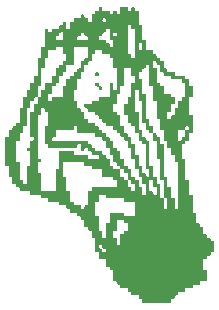
<source format=gbr>
%TF.GenerationSoftware,KiCad,Pcbnew,7.0.7*%
%TF.CreationDate,2023-08-24T23:35:40+10:00*%
%TF.ProjectId,esp32,65737033-322e-46b6-9963-61645f706362,rev?*%
%TF.SameCoordinates,Original*%
%TF.FileFunction,Legend,Bot*%
%TF.FilePolarity,Positive*%
%FSLAX46Y46*%
G04 Gerber Fmt 4.6, Leading zero omitted, Abs format (unit mm)*
G04 Created by KiCad (PCBNEW 7.0.7) date 2023-08-24 23:35:40*
%MOMM*%
%LPD*%
G01*
G04 APERTURE LIST*
G04 APERTURE END LIST*
%TO.C,G\u002A\u002A\u002A*%
G36*
X52985794Y-65474926D02*
G01*
X53138281Y-65474926D01*
X53290768Y-65474926D01*
X53290768Y-66084874D01*
X53290768Y-66694823D01*
X53443255Y-66694823D01*
X53595742Y-66694823D01*
X53595742Y-66999797D01*
X53595742Y-67152284D01*
X53595742Y-67609746D01*
X53900717Y-67609746D01*
X54205691Y-67609746D01*
X54205691Y-67762233D01*
X54205710Y-67773839D01*
X54214063Y-67869924D01*
X54255976Y-67907976D01*
X54358178Y-67914720D01*
X54369785Y-67914739D01*
X54465870Y-67923092D01*
X54503921Y-67965005D01*
X54510665Y-68067207D01*
X54510684Y-68078814D01*
X54519037Y-68174899D01*
X54560951Y-68212950D01*
X54663152Y-68219694D01*
X54674759Y-68219713D01*
X54770844Y-68228066D01*
X54808895Y-68269980D01*
X54815639Y-68372181D01*
X54815658Y-68383788D01*
X54824011Y-68479873D01*
X54865925Y-68517924D01*
X54968127Y-68524669D01*
X55120614Y-68524669D01*
X55120614Y-68829643D01*
X55120614Y-69134617D01*
X55273101Y-69134617D01*
X55284707Y-69134636D01*
X55380792Y-69142989D01*
X55418844Y-69184903D01*
X55425588Y-69287104D01*
X55425588Y-69439591D01*
X55730562Y-69439591D01*
X56035537Y-69439591D01*
X56035537Y-69592079D01*
X56035537Y-69744566D01*
X56492998Y-69744566D01*
X56950459Y-69744566D01*
X56950459Y-69897053D01*
X56950478Y-69908659D01*
X56958831Y-70004744D01*
X57000745Y-70042796D01*
X57102946Y-70049540D01*
X57255434Y-70049540D01*
X57255434Y-70354514D01*
X57255434Y-70659488D01*
X57407921Y-70659488D01*
X57560408Y-70659488D01*
X57560408Y-71116950D01*
X57560408Y-71574411D01*
X57407921Y-71574411D01*
X57255434Y-71574411D01*
X57255434Y-72336847D01*
X57255434Y-73099283D01*
X57407921Y-73099283D01*
X57560408Y-73099283D01*
X57560408Y-73861718D01*
X57560408Y-74166693D01*
X57560408Y-74624154D01*
X57407921Y-74624154D01*
X57255434Y-74624154D01*
X57255434Y-74929128D01*
X57255434Y-75234103D01*
X57102946Y-75234103D01*
X57091340Y-75234121D01*
X56995255Y-75242474D01*
X56957204Y-75284388D01*
X56950459Y-75386590D01*
X56950440Y-75398196D01*
X56942088Y-75494281D01*
X56900174Y-75532332D01*
X56797972Y-75539077D01*
X56645485Y-75539077D01*
X56645485Y-76149025D01*
X56645485Y-76758974D01*
X56797972Y-76758974D01*
X56950459Y-76758974D01*
X56950459Y-77673897D01*
X56950459Y-78588820D01*
X57102946Y-78588820D01*
X57255434Y-78588820D01*
X57255434Y-79198768D01*
X57255434Y-79808717D01*
X57407921Y-79808717D01*
X57560408Y-79808717D01*
X57560408Y-80571152D01*
X57560408Y-81028614D01*
X57560408Y-81333588D01*
X57712895Y-81333588D01*
X57865382Y-81333588D01*
X57865382Y-81638562D01*
X57865382Y-81791049D01*
X57865382Y-82248511D01*
X58017869Y-82248511D01*
X58029476Y-82248530D01*
X58125561Y-82256882D01*
X58163612Y-82298796D01*
X58170356Y-82400998D01*
X58170375Y-82412604D01*
X58178728Y-82508689D01*
X58220642Y-82546741D01*
X58322844Y-82553485D01*
X58475331Y-82553485D01*
X58475331Y-82858459D01*
X58475331Y-83163434D01*
X58627818Y-83163434D01*
X58639424Y-83163453D01*
X58735509Y-83171805D01*
X58773561Y-83213719D01*
X58780305Y-83315921D01*
X58780324Y-83327527D01*
X58788677Y-83423612D01*
X58830590Y-83461663D01*
X58932792Y-83468408D01*
X58944399Y-83468427D01*
X59040484Y-83476780D01*
X59078535Y-83518693D01*
X59085279Y-83620895D01*
X59085298Y-83632502D01*
X59093651Y-83728587D01*
X59135565Y-83766638D01*
X59237766Y-83773382D01*
X59390253Y-83773382D01*
X59390253Y-84230844D01*
X59390253Y-84535818D01*
X59390253Y-84688305D01*
X59237766Y-84688305D01*
X59226160Y-84688324D01*
X59130075Y-84696677D01*
X59092024Y-84738590D01*
X59085279Y-84840792D01*
X59085260Y-84852399D01*
X59076908Y-84948484D01*
X59034994Y-84986535D01*
X58932792Y-84993279D01*
X58921186Y-84993298D01*
X58825101Y-85001651D01*
X58787049Y-85043565D01*
X58780305Y-85145766D01*
X58780286Y-85157373D01*
X58771933Y-85253458D01*
X58730020Y-85291509D01*
X58627818Y-85298253D01*
X58475331Y-85298253D01*
X58475331Y-85755715D01*
X58475331Y-86213176D01*
X58627818Y-86213176D01*
X58780305Y-86213176D01*
X58780305Y-86670638D01*
X58780305Y-87128099D01*
X58475331Y-87128099D01*
X58170356Y-87128099D01*
X58170356Y-87280586D01*
X58170356Y-87433073D01*
X57865382Y-87433073D01*
X57560408Y-87433073D01*
X57560408Y-87585561D01*
X57560408Y-87738048D01*
X57255434Y-87738048D01*
X56950459Y-87738048D01*
X56950459Y-87890535D01*
X56950459Y-88043022D01*
X56645485Y-88043022D01*
X56340511Y-88043022D01*
X56340511Y-88195509D01*
X56340492Y-88207116D01*
X56332139Y-88303201D01*
X56290225Y-88341252D01*
X56188024Y-88347996D01*
X56176417Y-88348015D01*
X56080332Y-88356368D01*
X56042281Y-88398282D01*
X56035537Y-88500483D01*
X56035518Y-88512090D01*
X56027165Y-88608175D01*
X55985251Y-88646226D01*
X55883049Y-88652970D01*
X55871443Y-88652989D01*
X55775358Y-88661342D01*
X55737307Y-88703256D01*
X55730562Y-88805458D01*
X55730562Y-88957945D01*
X54510665Y-88957945D01*
X53290768Y-88957945D01*
X53290768Y-88805458D01*
X53290749Y-88793851D01*
X53282396Y-88697766D01*
X53240483Y-88659715D01*
X53138281Y-88652970D01*
X53126674Y-88652951D01*
X53030589Y-88644599D01*
X52992538Y-88602685D01*
X52985794Y-88500483D01*
X52985794Y-88347996D01*
X52680820Y-88347996D01*
X52375845Y-88347996D01*
X52375845Y-88195509D01*
X52375826Y-88183903D01*
X52367474Y-88087817D01*
X52325560Y-88049766D01*
X52223358Y-88043022D01*
X52211752Y-88043003D01*
X52115667Y-88034650D01*
X52077615Y-87992736D01*
X52070871Y-87890535D01*
X52070871Y-87738048D01*
X51765897Y-87738048D01*
X51460922Y-87738048D01*
X51460922Y-87585561D01*
X51460903Y-87573954D01*
X51452551Y-87477869D01*
X51410637Y-87439818D01*
X51308435Y-87433073D01*
X51296829Y-87433054D01*
X51200744Y-87424702D01*
X51162693Y-87382788D01*
X51155948Y-87280586D01*
X51155929Y-87268980D01*
X51147576Y-87172895D01*
X51105663Y-87134843D01*
X51003461Y-87128099D01*
X50850974Y-87128099D01*
X50850974Y-86670638D01*
X50850974Y-86213176D01*
X50698487Y-86213176D01*
X50686880Y-86213157D01*
X50590795Y-86204805D01*
X50552744Y-86162891D01*
X50546000Y-86060689D01*
X50545981Y-86049083D01*
X50537628Y-85952998D01*
X50495714Y-85914946D01*
X50393513Y-85908202D01*
X50241025Y-85908202D01*
X50241025Y-85603228D01*
X50241025Y-85298253D01*
X49936051Y-85298253D01*
X49631077Y-85298253D01*
X49631077Y-84993279D01*
X49631077Y-84688305D01*
X49478590Y-84688305D01*
X49326103Y-84688305D01*
X49326103Y-84230844D01*
X49631077Y-84230844D01*
X49631096Y-84242450D01*
X49639449Y-84338535D01*
X49681362Y-84376586D01*
X49783564Y-84383331D01*
X49795170Y-84383350D01*
X49891256Y-84391702D01*
X49929307Y-84433616D01*
X49936051Y-84535818D01*
X49936070Y-84547424D01*
X49944423Y-84643509D01*
X49986337Y-84681561D01*
X50088538Y-84688305D01*
X50100145Y-84688286D01*
X50196230Y-84679933D01*
X50234281Y-84638020D01*
X50241025Y-84535818D01*
X50241006Y-84524211D01*
X50232654Y-84428126D01*
X50190740Y-84390075D01*
X50088538Y-84383331D01*
X50076932Y-84383312D01*
X49980847Y-84374959D01*
X49942795Y-84333045D01*
X49936051Y-84230844D01*
X49936032Y-84219237D01*
X49927679Y-84123152D01*
X49885766Y-84085101D01*
X49783564Y-84078356D01*
X49771957Y-84078375D01*
X49675872Y-84086728D01*
X49637821Y-84128642D01*
X49631077Y-84230844D01*
X49326103Y-84230844D01*
X49326103Y-84078356D01*
X49326103Y-83468408D01*
X49173615Y-83468408D01*
X49021128Y-83468408D01*
X49021128Y-83163434D01*
X49021128Y-82858459D01*
X48868641Y-82858459D01*
X48857035Y-82858440D01*
X48760950Y-82850088D01*
X48722898Y-82808174D01*
X48716154Y-82705972D01*
X48716135Y-82694366D01*
X48707782Y-82598281D01*
X48665869Y-82560229D01*
X48563667Y-82553485D01*
X48411180Y-82553485D01*
X48411180Y-82248511D01*
X48411180Y-81943536D01*
X48258693Y-81943536D01*
X48247086Y-81943518D01*
X48151001Y-81935165D01*
X48112950Y-81893251D01*
X48106205Y-81791049D01*
X48106187Y-81779443D01*
X48097834Y-81683358D01*
X48055920Y-81645307D01*
X47953718Y-81638562D01*
X49326103Y-81638562D01*
X49478590Y-81638562D01*
X49631077Y-81638562D01*
X49631077Y-82248511D01*
X49631077Y-82858459D01*
X49783564Y-82858459D01*
X49936051Y-82858459D01*
X49936051Y-83163434D01*
X49936051Y-83468408D01*
X50088538Y-83468408D01*
X50241025Y-83468408D01*
X50850974Y-83468408D01*
X51003461Y-83468408D01*
X51155948Y-83468408D01*
X51155948Y-83773382D01*
X51155948Y-84078356D01*
X51308435Y-84078356D01*
X51460922Y-84078356D01*
X51460922Y-83620895D01*
X51460922Y-83163434D01*
X51613410Y-83163434D01*
X51625016Y-83163415D01*
X51721101Y-83155062D01*
X51759152Y-83113148D01*
X51765897Y-83010946D01*
X51765916Y-82999340D01*
X51774268Y-82903255D01*
X51816182Y-82865204D01*
X51918384Y-82858459D01*
X52070871Y-82858459D01*
X52070871Y-82553485D01*
X52070871Y-82248511D01*
X51918384Y-82248511D01*
X51906777Y-82248492D01*
X51810692Y-82240139D01*
X51772641Y-82198225D01*
X51765897Y-82096024D01*
X51765897Y-81943536D01*
X51460922Y-81943536D01*
X51155948Y-81943536D01*
X51155948Y-82400998D01*
X51155948Y-82858459D01*
X51003461Y-82858459D01*
X50850974Y-82858459D01*
X50850974Y-83163434D01*
X50850974Y-83468408D01*
X50241025Y-83468408D01*
X50241025Y-82858459D01*
X50241025Y-82248511D01*
X50393513Y-82248511D01*
X50546000Y-82248511D01*
X50546000Y-81791049D01*
X50546000Y-81333588D01*
X51155948Y-81333588D01*
X51765897Y-81333588D01*
X51765897Y-81486075D01*
X51765897Y-81638562D01*
X52223358Y-81638562D01*
X52680820Y-81638562D01*
X52680820Y-81028614D01*
X52680820Y-80418665D01*
X52223358Y-80418665D01*
X51765897Y-80418665D01*
X51765897Y-80266178D01*
X51765897Y-80113691D01*
X51003461Y-80113691D01*
X50241025Y-80113691D01*
X50241025Y-79961204D01*
X50241025Y-79808717D01*
X49936051Y-79808717D01*
X49631077Y-79808717D01*
X49631077Y-80113691D01*
X49631077Y-80418665D01*
X49478590Y-80418665D01*
X49326103Y-80418665D01*
X49326103Y-81028614D01*
X49326103Y-81638562D01*
X47953718Y-81638562D01*
X47942112Y-81638543D01*
X47846027Y-81630190D01*
X47807976Y-81588277D01*
X47801231Y-81486075D01*
X47801231Y-81333588D01*
X47496257Y-81333588D01*
X47191283Y-81333588D01*
X47191283Y-81181101D01*
X47191264Y-81169494D01*
X47182911Y-81073409D01*
X47140997Y-81035358D01*
X47038796Y-81028614D01*
X47027189Y-81028595D01*
X46931104Y-81020242D01*
X46893053Y-80978328D01*
X46886308Y-80876127D01*
X46886308Y-80723639D01*
X46581334Y-80723639D01*
X46276360Y-80723639D01*
X46276360Y-80571152D01*
X46276360Y-80418665D01*
X45818898Y-80418665D01*
X45361437Y-80418665D01*
X45361437Y-80266178D01*
X45361437Y-80113691D01*
X45056463Y-80113691D01*
X44751488Y-80113691D01*
X44751488Y-79961204D01*
X44751488Y-79808717D01*
X44294027Y-79808717D01*
X43836566Y-79808717D01*
X43836566Y-79656229D01*
X43836566Y-79503742D01*
X43379104Y-79503742D01*
X42921643Y-79503742D01*
X42921643Y-79351255D01*
X42921624Y-79339649D01*
X42913271Y-79243564D01*
X42871357Y-79205512D01*
X42769156Y-79198768D01*
X42757549Y-79198749D01*
X42661464Y-79190396D01*
X42623413Y-79148483D01*
X42616669Y-79046281D01*
X42616650Y-79034674D01*
X42608297Y-78938589D01*
X42566383Y-78900538D01*
X42464181Y-78893794D01*
X42311694Y-78893794D01*
X42311694Y-78588820D01*
X42311694Y-78283845D01*
X42159207Y-78283845D01*
X42006720Y-78283845D01*
X42006720Y-77826384D01*
X42006720Y-77368922D01*
X41854233Y-77368922D01*
X41701746Y-77368922D01*
X41701746Y-77063948D01*
X42616669Y-77063948D01*
X42769156Y-77063948D01*
X42921643Y-77063948D01*
X42921643Y-77826384D01*
X42921643Y-78588820D01*
X43074130Y-78588820D01*
X43085737Y-78588838D01*
X43181822Y-78597191D01*
X43219873Y-78639105D01*
X43226617Y-78741307D01*
X43226636Y-78752913D01*
X43234989Y-78848998D01*
X43276903Y-78887049D01*
X43379104Y-78893794D01*
X43531591Y-78893794D01*
X43531591Y-78131358D01*
X43531591Y-77978871D01*
X44446514Y-77978871D01*
X44599001Y-77978871D01*
X44751488Y-77978871D01*
X44751488Y-78741307D01*
X44751488Y-79503742D01*
X45361437Y-79503742D01*
X45971386Y-79503742D01*
X45971386Y-78588820D01*
X45971386Y-78283845D01*
X46581334Y-78283845D01*
X46733821Y-78283845D01*
X46886308Y-78283845D01*
X46886308Y-78893794D01*
X46886308Y-79503742D01*
X47038796Y-79503742D01*
X47191283Y-79503742D01*
X47191283Y-79961204D01*
X47191283Y-80418665D01*
X47343770Y-80418665D01*
X47355376Y-80418684D01*
X47451461Y-80427037D01*
X47489513Y-80468951D01*
X47496257Y-80571152D01*
X47496257Y-80723639D01*
X47801231Y-80723639D01*
X48106205Y-80723639D01*
X48106205Y-80876127D01*
X48106224Y-80887733D01*
X48114577Y-80983818D01*
X48156491Y-81021869D01*
X48258693Y-81028614D01*
X48270299Y-81028595D01*
X48366384Y-81020242D01*
X48404435Y-80978328D01*
X48411180Y-80876127D01*
X48411199Y-80864520D01*
X48419551Y-80768435D01*
X48461465Y-80730384D01*
X48563667Y-80723639D01*
X48716154Y-80723639D01*
X48716154Y-80113691D01*
X48716154Y-79503742D01*
X48868641Y-79503742D01*
X48880248Y-79503723D01*
X48976333Y-79495371D01*
X49014384Y-79453457D01*
X49021128Y-79351255D01*
X49021128Y-79198768D01*
X50088538Y-79198768D01*
X51155948Y-79198768D01*
X52070871Y-79198768D01*
X52223358Y-79198768D01*
X52234965Y-79198787D01*
X52331050Y-79207140D01*
X52369101Y-79249053D01*
X52375845Y-79351255D01*
X52375864Y-79362862D01*
X52384217Y-79458947D01*
X52426131Y-79496998D01*
X52528332Y-79503742D01*
X52680820Y-79503742D01*
X52680820Y-79198768D01*
X52680820Y-78893794D01*
X52528332Y-78893794D01*
X52516726Y-78893775D01*
X52420641Y-78885422D01*
X52382590Y-78843508D01*
X52375845Y-78741307D01*
X52375826Y-78729700D01*
X52367474Y-78633615D01*
X52325560Y-78595564D01*
X52223358Y-78588820D01*
X52070871Y-78588820D01*
X52070871Y-78893794D01*
X52070871Y-79198768D01*
X51155948Y-79198768D01*
X51155948Y-78893794D01*
X51155948Y-78588820D01*
X51003461Y-78588820D01*
X50991855Y-78588801D01*
X50895769Y-78580448D01*
X50857718Y-78538534D01*
X50850974Y-78436332D01*
X50850974Y-78283845D01*
X50393513Y-78283845D01*
X49936051Y-78283845D01*
X49936051Y-77978871D01*
X49936051Y-77673897D01*
X49478590Y-77673897D01*
X49021128Y-77673897D01*
X49021128Y-77521410D01*
X49021128Y-77368922D01*
X48716154Y-77368922D01*
X48411180Y-77368922D01*
X48411180Y-77216435D01*
X48411180Y-77063948D01*
X47496257Y-77063948D01*
X46581334Y-77063948D01*
X46581334Y-77673897D01*
X46581334Y-78283845D01*
X45971386Y-78283845D01*
X45971386Y-77673897D01*
X46123873Y-77673897D01*
X46276360Y-77673897D01*
X46276360Y-76911461D01*
X46276360Y-76149025D01*
X46886308Y-76149025D01*
X47496257Y-76149025D01*
X47496257Y-76301512D01*
X47496257Y-76454000D01*
X48106205Y-76454000D01*
X48716154Y-76454000D01*
X48716154Y-76606487D01*
X48716154Y-76758974D01*
X49173615Y-76758974D01*
X49631077Y-76758974D01*
X49631077Y-76606487D01*
X49631077Y-76454000D01*
X49326103Y-76454000D01*
X49021128Y-76454000D01*
X49021128Y-76301512D01*
X49021109Y-76289906D01*
X49012757Y-76193821D01*
X48970843Y-76155770D01*
X48868641Y-76149025D01*
X48857035Y-76149006D01*
X48760950Y-76140654D01*
X48722898Y-76098740D01*
X48716154Y-75996538D01*
X48716135Y-75984932D01*
X48707782Y-75888847D01*
X48665869Y-75850795D01*
X48563667Y-75844051D01*
X48552060Y-75844070D01*
X48455975Y-75852423D01*
X48417924Y-75894336D01*
X48411180Y-75996538D01*
X48411161Y-76008145D01*
X48402808Y-76104230D01*
X48360894Y-76142281D01*
X48258693Y-76149025D01*
X48106205Y-76149025D01*
X48106205Y-75844051D01*
X48106205Y-75539077D01*
X47953718Y-75539077D01*
X47942112Y-75539096D01*
X47846027Y-75547449D01*
X47807976Y-75589362D01*
X47801231Y-75691564D01*
X47801231Y-75844051D01*
X46581334Y-75844051D01*
X45361437Y-75844051D01*
X45361437Y-75691564D01*
X45361418Y-75679957D01*
X45353065Y-75583872D01*
X45311152Y-75545821D01*
X45208950Y-75539077D01*
X45056463Y-75539077D01*
X45056463Y-75234103D01*
X45666411Y-75234103D01*
X47191283Y-75234103D01*
X48716154Y-75234103D01*
X48716154Y-75386590D01*
X48716173Y-75398196D01*
X48724526Y-75494281D01*
X48766439Y-75532332D01*
X48868641Y-75539077D01*
X48880248Y-75539096D01*
X48976333Y-75547449D01*
X49014384Y-75589362D01*
X49021128Y-75691564D01*
X49021147Y-75703170D01*
X49029500Y-75799256D01*
X49071414Y-75837307D01*
X49173615Y-75844051D01*
X49185222Y-75844070D01*
X49281307Y-75852423D01*
X49319358Y-75894336D01*
X49326103Y-75996538D01*
X49326103Y-76149025D01*
X49631077Y-76149025D01*
X49936051Y-76149025D01*
X49936051Y-76301512D01*
X49936070Y-76313119D01*
X49944423Y-76409204D01*
X49986337Y-76447255D01*
X50088538Y-76454000D01*
X50100145Y-76454019D01*
X50196230Y-76462371D01*
X50234281Y-76504285D01*
X50241025Y-76606487D01*
X50241044Y-76618093D01*
X50249397Y-76714178D01*
X50291311Y-76752230D01*
X50393513Y-76758974D01*
X50546000Y-76758974D01*
X50546000Y-77063948D01*
X50546000Y-77368922D01*
X50698487Y-77368922D01*
X50710093Y-77368941D01*
X50806178Y-77377294D01*
X50844230Y-77419208D01*
X50850974Y-77521410D01*
X50850974Y-77673897D01*
X51155948Y-77673897D01*
X51460922Y-77673897D01*
X51460922Y-77978871D01*
X51460922Y-78283845D01*
X51613410Y-78283845D01*
X51625016Y-78283864D01*
X51721101Y-78292217D01*
X51759152Y-78334131D01*
X51765897Y-78436332D01*
X51765916Y-78447939D01*
X51774268Y-78544024D01*
X51816182Y-78582075D01*
X51918384Y-78588820D01*
X52070871Y-78588820D01*
X52070871Y-78283845D01*
X52070871Y-77978871D01*
X51918384Y-77978871D01*
X51906777Y-77978852D01*
X51810692Y-77970499D01*
X51772641Y-77928586D01*
X51765897Y-77826384D01*
X51765878Y-77814777D01*
X51757525Y-77718692D01*
X51715611Y-77680641D01*
X51613410Y-77673897D01*
X51601803Y-77673878D01*
X51505718Y-77665525D01*
X51467667Y-77623611D01*
X51460922Y-77521410D01*
X51460903Y-77509803D01*
X51452551Y-77413718D01*
X51410637Y-77375667D01*
X51308435Y-77368922D01*
X51296829Y-77368903D01*
X51200744Y-77360551D01*
X51162693Y-77318637D01*
X51155948Y-77216435D01*
X51155929Y-77204829D01*
X51147576Y-77108744D01*
X51105663Y-77070693D01*
X51003461Y-77063948D01*
X50850974Y-77063948D01*
X50850974Y-76758974D01*
X50850974Y-76454000D01*
X50698487Y-76454000D01*
X50546000Y-76454000D01*
X50546000Y-76149025D01*
X50546000Y-75844051D01*
X50393513Y-75844051D01*
X50241025Y-75844051D01*
X50241025Y-75539077D01*
X50241025Y-75234103D01*
X50088538Y-75234103D01*
X50076932Y-75234084D01*
X49980847Y-75225731D01*
X49942795Y-75183817D01*
X49936051Y-75081615D01*
X49936051Y-74929128D01*
X49631077Y-74929128D01*
X49326103Y-74929128D01*
X49326103Y-74776641D01*
X49326103Y-74624154D01*
X48563667Y-74624154D01*
X47801231Y-74624154D01*
X47801231Y-74319180D01*
X47801231Y-74014205D01*
X47648744Y-74014205D01*
X47637138Y-74014224D01*
X47541052Y-74022577D01*
X47503001Y-74064491D01*
X47496257Y-74166693D01*
X47496257Y-74319180D01*
X46733821Y-74319180D01*
X45971386Y-74319180D01*
X45971386Y-74624154D01*
X45971386Y-74929128D01*
X45818898Y-74929128D01*
X45807292Y-74929147D01*
X45711207Y-74937500D01*
X45673156Y-74979414D01*
X45666411Y-75081615D01*
X45666411Y-75234103D01*
X45056463Y-75234103D01*
X45056463Y-74776641D01*
X45056463Y-74014205D01*
X45208950Y-74014205D01*
X45361437Y-74014205D01*
X45361437Y-73404257D01*
X45361437Y-72794308D01*
X45208950Y-72794308D01*
X45197343Y-72794289D01*
X45101258Y-72785937D01*
X45063207Y-72744023D01*
X45056463Y-72641821D01*
X45056444Y-72630215D01*
X45048091Y-72534130D01*
X45006177Y-72496078D01*
X44903976Y-72489334D01*
X44751488Y-72489334D01*
X44751488Y-72794308D01*
X44751488Y-73099283D01*
X44599001Y-73099283D01*
X44446514Y-73099283D01*
X44446514Y-74929128D01*
X44446514Y-76758974D01*
X44599001Y-76758974D01*
X44610608Y-76758993D01*
X44706693Y-76767346D01*
X44744744Y-76809259D01*
X44751488Y-76911461D01*
X44751470Y-76923068D01*
X44743117Y-77019153D01*
X44701203Y-77057204D01*
X44599001Y-77063948D01*
X44446514Y-77063948D01*
X44446514Y-77521410D01*
X44446514Y-77978871D01*
X43531591Y-77978871D01*
X43531591Y-77368922D01*
X43684079Y-77368922D01*
X43836566Y-77368922D01*
X43836566Y-76758974D01*
X43836566Y-76149025D01*
X43684079Y-76149025D01*
X43672472Y-76149006D01*
X43576387Y-76140654D01*
X43538336Y-76098740D01*
X43531591Y-75996538D01*
X43531610Y-75984932D01*
X43539963Y-75888847D01*
X43581877Y-75850795D01*
X43684079Y-75844051D01*
X43836566Y-75844051D01*
X43836566Y-75539077D01*
X43836566Y-75234103D01*
X43989053Y-75234103D01*
X44000659Y-75234084D01*
X44096744Y-75225731D01*
X44134796Y-75183817D01*
X44141540Y-75081615D01*
X44141521Y-75070009D01*
X44133168Y-74973924D01*
X44091255Y-74935873D01*
X43989053Y-74929128D01*
X43836566Y-74929128D01*
X43836566Y-73861718D01*
X43836566Y-72794308D01*
X43989053Y-72794308D01*
X44141540Y-72794308D01*
X44141540Y-72489334D01*
X44141540Y-72184360D01*
X44294027Y-72184360D01*
X44446514Y-72184360D01*
X44446514Y-71879386D01*
X45361437Y-71879386D01*
X45513924Y-71879386D01*
X47496257Y-71879386D01*
X47648744Y-71879386D01*
X47801231Y-71879386D01*
X47801231Y-72184360D01*
X47801231Y-72489334D01*
X47953718Y-72489334D01*
X47965325Y-72489353D01*
X48061410Y-72497706D01*
X48099461Y-72539620D01*
X48106205Y-72641821D01*
X48106224Y-72653428D01*
X48114577Y-72749513D01*
X48156491Y-72787564D01*
X48258693Y-72794308D01*
X48411180Y-72794308D01*
X48411180Y-73099283D01*
X48411180Y-73404257D01*
X48563667Y-73404257D01*
X48575273Y-73404276D01*
X48671358Y-73412629D01*
X48709410Y-73454542D01*
X48716154Y-73556744D01*
X48716154Y-73709231D01*
X49021128Y-73709231D01*
X49326103Y-73709231D01*
X49326103Y-73861718D01*
X49326122Y-73873325D01*
X49334474Y-73969410D01*
X49376388Y-74007461D01*
X49478590Y-74014205D01*
X49490196Y-74014224D01*
X49586281Y-74022577D01*
X49624332Y-74064491D01*
X49631077Y-74166693D01*
X49631096Y-74178299D01*
X49639449Y-74274384D01*
X49681362Y-74312435D01*
X49783564Y-74319180D01*
X49795170Y-74319199D01*
X49891256Y-74327551D01*
X49929307Y-74369465D01*
X49936051Y-74471667D01*
X49936070Y-74483273D01*
X49944423Y-74579358D01*
X49986337Y-74617410D01*
X50088538Y-74624154D01*
X50100145Y-74624173D01*
X50196230Y-74632526D01*
X50234281Y-74674439D01*
X50241025Y-74776641D01*
X50241044Y-74788248D01*
X50249397Y-74884333D01*
X50291311Y-74922384D01*
X50393513Y-74929128D01*
X50405119Y-74929147D01*
X50501204Y-74937500D01*
X50539255Y-74979414D01*
X50546000Y-75081615D01*
X50546019Y-75093222D01*
X50554371Y-75189307D01*
X50596285Y-75227358D01*
X50698487Y-75234103D01*
X50850974Y-75234103D01*
X50850974Y-75539077D01*
X50850974Y-75844051D01*
X51003461Y-75844051D01*
X51015068Y-75844070D01*
X51111153Y-75852423D01*
X51149204Y-75894336D01*
X51155948Y-75996538D01*
X51155967Y-76008145D01*
X51164320Y-76104230D01*
X51206234Y-76142281D01*
X51308435Y-76149025D01*
X51460922Y-76149025D01*
X51460922Y-76454000D01*
X51460922Y-76758974D01*
X51613410Y-76758974D01*
X51765897Y-76758974D01*
X51765897Y-77063948D01*
X51765897Y-77368922D01*
X51918384Y-77368922D01*
X51929990Y-77368941D01*
X52026075Y-77377294D01*
X52064127Y-77419208D01*
X52070871Y-77521410D01*
X52070890Y-77533016D01*
X52079243Y-77629101D01*
X52121156Y-77667152D01*
X52223358Y-77673897D01*
X52375845Y-77673897D01*
X52375845Y-77978871D01*
X52375845Y-78283845D01*
X52528332Y-78283845D01*
X52539939Y-78283864D01*
X52636024Y-78292217D01*
X52674075Y-78334131D01*
X52680820Y-78436332D01*
X52680838Y-78447939D01*
X52689191Y-78544024D01*
X52731105Y-78582075D01*
X52833307Y-78588820D01*
X52985794Y-78588820D01*
X52985794Y-78893794D01*
X52985794Y-79198768D01*
X53138281Y-79198768D01*
X53290768Y-79198768D01*
X53290768Y-79503742D01*
X53290768Y-79808717D01*
X53443255Y-79808717D01*
X53595742Y-79808717D01*
X53595742Y-79503742D01*
X53900717Y-79503742D01*
X54053204Y-79503742D01*
X54064810Y-79503761D01*
X54160895Y-79512114D01*
X54198947Y-79554028D01*
X54205691Y-79656229D01*
X54205710Y-79667836D01*
X54214063Y-79763921D01*
X54255976Y-79801972D01*
X54358178Y-79808717D01*
X54510665Y-79808717D01*
X54510665Y-79503742D01*
X54510665Y-79198768D01*
X54358178Y-79198768D01*
X54205691Y-79198768D01*
X54205691Y-78893794D01*
X54205691Y-78588820D01*
X54053204Y-78588820D01*
X53900717Y-78588820D01*
X53900717Y-79046281D01*
X53900717Y-79503742D01*
X53595742Y-79503742D01*
X53595742Y-79351255D01*
X53595742Y-78893794D01*
X53443255Y-78893794D01*
X53290768Y-78893794D01*
X53290768Y-78588820D01*
X53290768Y-78283845D01*
X53138281Y-78283845D01*
X52985794Y-78283845D01*
X52985794Y-77978871D01*
X52985794Y-77673897D01*
X52833307Y-77673897D01*
X52680820Y-77673897D01*
X52680820Y-77216435D01*
X52680820Y-76758974D01*
X52528332Y-76758974D01*
X52375845Y-76758974D01*
X52375845Y-76301512D01*
X52375845Y-75844051D01*
X52223358Y-75844051D01*
X52070871Y-75844051D01*
X52070871Y-75539077D01*
X52070871Y-75234103D01*
X51918384Y-75234103D01*
X51906777Y-75234084D01*
X51810692Y-75225731D01*
X51772641Y-75183817D01*
X51765897Y-75081615D01*
X51765878Y-75070009D01*
X51757525Y-74973924D01*
X51715611Y-74935873D01*
X51613410Y-74929128D01*
X51601803Y-74929109D01*
X51505718Y-74920757D01*
X51467667Y-74878843D01*
X51460922Y-74776641D01*
X51460903Y-74765035D01*
X51452551Y-74668950D01*
X51410637Y-74630898D01*
X51308435Y-74624154D01*
X51296829Y-74624135D01*
X51200744Y-74615782D01*
X51162693Y-74573869D01*
X51155948Y-74471667D01*
X51155929Y-74460060D01*
X51147576Y-74363975D01*
X51105663Y-74325924D01*
X51003461Y-74319180D01*
X50991855Y-74319161D01*
X50895769Y-74310808D01*
X50857718Y-74268894D01*
X50850974Y-74166693D01*
X50850974Y-74014205D01*
X50546000Y-74014205D01*
X50241025Y-74014205D01*
X50241025Y-73861718D01*
X50241006Y-73850112D01*
X50232654Y-73754027D01*
X50190740Y-73715976D01*
X50088538Y-73709231D01*
X50076932Y-73709212D01*
X49980847Y-73700859D01*
X49942795Y-73658946D01*
X49936051Y-73556744D01*
X49936032Y-73545138D01*
X49927679Y-73449052D01*
X49885766Y-73411001D01*
X49783564Y-73404257D01*
X49771957Y-73404238D01*
X49675872Y-73395885D01*
X49637821Y-73353971D01*
X49631077Y-73251770D01*
X49631058Y-73240163D01*
X49622705Y-73144078D01*
X49580791Y-73106027D01*
X49478590Y-73099283D01*
X49466983Y-73099264D01*
X49370898Y-73090911D01*
X49332847Y-73048997D01*
X49326103Y-72946795D01*
X49326103Y-72794308D01*
X50850974Y-72794308D01*
X51003461Y-72794308D01*
X51015068Y-72794327D01*
X51111153Y-72802680D01*
X51149204Y-72844594D01*
X51155948Y-72946795D01*
X51155967Y-72958402D01*
X51164320Y-73054487D01*
X51206234Y-73092538D01*
X51308435Y-73099283D01*
X51460922Y-73099283D01*
X51460922Y-73556744D01*
X51460922Y-74014205D01*
X51613410Y-74014205D01*
X51765897Y-74014205D01*
X51765897Y-74319180D01*
X51765897Y-74624154D01*
X51918384Y-74624154D01*
X51929990Y-74624173D01*
X52026075Y-74632526D01*
X52064127Y-74674439D01*
X52070871Y-74776641D01*
X52070890Y-74788248D01*
X52079243Y-74884333D01*
X52121156Y-74922384D01*
X52223358Y-74929128D01*
X52375845Y-74929128D01*
X52375845Y-75234103D01*
X52375845Y-75539077D01*
X52528332Y-75539077D01*
X52680820Y-75539077D01*
X52680820Y-75996538D01*
X52680820Y-76454000D01*
X52833307Y-76454000D01*
X52985794Y-76454000D01*
X52985794Y-76911461D01*
X52985794Y-77368922D01*
X53138281Y-77368922D01*
X53290768Y-77368922D01*
X53290768Y-77673897D01*
X53290768Y-77978871D01*
X53443255Y-77978871D01*
X53454862Y-77978890D01*
X53550947Y-77987243D01*
X53588998Y-78029156D01*
X53595742Y-78131358D01*
X53595761Y-78142965D01*
X53604114Y-78239050D01*
X53646028Y-78277101D01*
X53748229Y-78283845D01*
X53900717Y-78283845D01*
X53900717Y-77978871D01*
X53900717Y-77673897D01*
X53748229Y-77673897D01*
X53595742Y-77673897D01*
X53595742Y-76606487D01*
X53595742Y-75539077D01*
X53443255Y-75539077D01*
X53431649Y-75539058D01*
X53335564Y-75530705D01*
X53297512Y-75488791D01*
X53290768Y-75386590D01*
X53290749Y-75374983D01*
X53282396Y-75278898D01*
X53240483Y-75240847D01*
X53138281Y-75234103D01*
X52985794Y-75234103D01*
X52985794Y-74929128D01*
X52985794Y-74624154D01*
X52833307Y-74624154D01*
X52680820Y-74624154D01*
X52680820Y-74319180D01*
X52680820Y-74014205D01*
X52528332Y-74014205D01*
X52516726Y-74014186D01*
X52420641Y-74005834D01*
X52382590Y-73963920D01*
X52375845Y-73861718D01*
X52375826Y-73850112D01*
X52367474Y-73754027D01*
X52325560Y-73715976D01*
X52223358Y-73709231D01*
X52070871Y-73709231D01*
X52070871Y-73404257D01*
X52070871Y-73099283D01*
X51918384Y-73099283D01*
X51765897Y-73099283D01*
X51765897Y-72794308D01*
X52680820Y-72794308D01*
X52833307Y-72794308D01*
X52985794Y-72794308D01*
X52985794Y-73556744D01*
X52985794Y-74319180D01*
X53138281Y-74319180D01*
X53290768Y-74319180D01*
X53290768Y-74624154D01*
X53290768Y-74929128D01*
X53443255Y-74929128D01*
X53454862Y-74929147D01*
X53550947Y-74937500D01*
X53588998Y-74979414D01*
X53595742Y-75081615D01*
X53595761Y-75093222D01*
X53604114Y-75189307D01*
X53646028Y-75227358D01*
X53748229Y-75234103D01*
X53900717Y-75234103D01*
X53900717Y-76301512D01*
X53900717Y-77368922D01*
X54053204Y-77368922D01*
X54205691Y-77368922D01*
X54205691Y-77826384D01*
X54205691Y-78283845D01*
X54358178Y-78283845D01*
X54510665Y-78283845D01*
X54510665Y-78588820D01*
X54510665Y-78893794D01*
X54663152Y-78893794D01*
X54815639Y-78893794D01*
X54815639Y-79503742D01*
X54815639Y-79808717D01*
X54815639Y-80113691D01*
X54968127Y-80113691D01*
X55120614Y-80113691D01*
X55120614Y-80571152D01*
X55120614Y-81028614D01*
X55273101Y-81028614D01*
X55425588Y-81028614D01*
X55425588Y-80571152D01*
X55425588Y-80113691D01*
X55273101Y-80113691D01*
X55120614Y-80113691D01*
X55120614Y-79351255D01*
X55120614Y-78588820D01*
X54968127Y-78588820D01*
X54815639Y-78588820D01*
X54815639Y-77673897D01*
X54815639Y-76758974D01*
X54663152Y-76758974D01*
X54510665Y-76758974D01*
X54510665Y-75996538D01*
X54510665Y-75234103D01*
X54358178Y-75234103D01*
X54205691Y-75234103D01*
X54205691Y-74929128D01*
X54205691Y-74624154D01*
X54358178Y-74624154D01*
X54369785Y-74624173D01*
X54465870Y-74632526D01*
X54503921Y-74674439D01*
X54510665Y-74776641D01*
X54510684Y-74788248D01*
X54519037Y-74884333D01*
X54560951Y-74922384D01*
X54663152Y-74929128D01*
X54815639Y-74929128D01*
X54815639Y-75234103D01*
X54815639Y-75539077D01*
X54968127Y-75539077D01*
X55120614Y-75539077D01*
X55120614Y-76911461D01*
X55120614Y-78283845D01*
X55273101Y-78283845D01*
X55425588Y-78283845D01*
X55425588Y-78741307D01*
X55425588Y-79198768D01*
X55578075Y-79198768D01*
X55730562Y-79198768D01*
X55730562Y-79656229D01*
X55730562Y-80113691D01*
X55883049Y-80113691D01*
X56035537Y-80113691D01*
X56035537Y-80571152D01*
X56035537Y-81028614D01*
X56188024Y-81028614D01*
X56340511Y-81028614D01*
X56340511Y-79046281D01*
X56340511Y-77063948D01*
X56188024Y-77063948D01*
X56035537Y-77063948D01*
X56035537Y-76758974D01*
X56035537Y-76454000D01*
X55883049Y-76454000D01*
X55730562Y-76454000D01*
X55730562Y-76149025D01*
X55730562Y-75844051D01*
X55578075Y-75844051D01*
X55425588Y-75844051D01*
X55425588Y-75539077D01*
X55425588Y-75234103D01*
X56340511Y-75234103D01*
X56492998Y-75234103D01*
X56504604Y-75234084D01*
X56600689Y-75225731D01*
X56638741Y-75183817D01*
X56645485Y-75081615D01*
X56645504Y-75070009D01*
X56653857Y-74973924D01*
X56695770Y-74935873D01*
X56797972Y-74929128D01*
X56950459Y-74929128D01*
X56950459Y-74624154D01*
X56950459Y-74319180D01*
X57102946Y-74319180D01*
X57114553Y-74319161D01*
X57210638Y-74310808D01*
X57248689Y-74268894D01*
X57255434Y-74166693D01*
X57255415Y-74155086D01*
X57247062Y-74059001D01*
X57205148Y-74020950D01*
X57102946Y-74014205D01*
X57091340Y-74014224D01*
X56995255Y-74022577D01*
X56957204Y-74064491D01*
X56950459Y-74166693D01*
X56950459Y-74319180D01*
X56645485Y-74319180D01*
X56340511Y-74319180D01*
X56340511Y-74776641D01*
X56340511Y-75234103D01*
X55425588Y-75234103D01*
X55273101Y-75234103D01*
X55120614Y-75234103D01*
X55120614Y-74776641D01*
X55120614Y-74319180D01*
X54968127Y-74319180D01*
X54815639Y-74319180D01*
X54815639Y-73861718D01*
X54815639Y-73404257D01*
X54663152Y-73404257D01*
X54510665Y-73404257D01*
X54510665Y-72641821D01*
X54510665Y-71879386D01*
X54358178Y-71879386D01*
X54205691Y-71879386D01*
X54205691Y-71269437D01*
X54205691Y-70659488D01*
X54053204Y-70659488D01*
X53900717Y-70659488D01*
X53900717Y-69744566D01*
X53900717Y-69134617D01*
X54205691Y-69134617D01*
X54358178Y-69134617D01*
X54510665Y-69134617D01*
X54510665Y-69744566D01*
X54510665Y-70354514D01*
X54663152Y-70354514D01*
X54674759Y-70354533D01*
X54770844Y-70362886D01*
X54808895Y-70404800D01*
X54815639Y-70507001D01*
X54815658Y-70518608D01*
X54824011Y-70614693D01*
X54865925Y-70652744D01*
X54968127Y-70659488D01*
X55120614Y-70659488D01*
X55120614Y-70964463D01*
X55120614Y-71269437D01*
X55425588Y-71269437D01*
X55730562Y-71269437D01*
X55730562Y-71421924D01*
X55730581Y-71433531D01*
X55738934Y-71529616D01*
X55780848Y-71567667D01*
X55883049Y-71574411D01*
X56035537Y-71574411D01*
X56035537Y-71879386D01*
X56035537Y-72184360D01*
X55883049Y-72184360D01*
X55730562Y-72184360D01*
X55730562Y-72489334D01*
X55730562Y-72794308D01*
X55578075Y-72794308D01*
X55425588Y-72794308D01*
X55425588Y-73099283D01*
X55425588Y-73404257D01*
X55578075Y-73404257D01*
X55589682Y-73404238D01*
X55685767Y-73395885D01*
X55723818Y-73353971D01*
X55730562Y-73251770D01*
X55730581Y-73240163D01*
X55738934Y-73144078D01*
X55780848Y-73106027D01*
X55883049Y-73099283D01*
X56035537Y-73099283D01*
X56035537Y-72794308D01*
X56035537Y-72489334D01*
X56188024Y-72489334D01*
X56340511Y-72489334D01*
X56340511Y-72184360D01*
X56340511Y-71879386D01*
X56492998Y-71879386D01*
X56504604Y-71879367D01*
X56600689Y-71871014D01*
X56638741Y-71829100D01*
X56645485Y-71726898D01*
X56645504Y-71715292D01*
X56653857Y-71619207D01*
X56695770Y-71581156D01*
X56797972Y-71574411D01*
X56950459Y-71574411D01*
X56950459Y-70964463D01*
X56950459Y-70354514D01*
X56797972Y-70354514D01*
X56786366Y-70354495D01*
X56690281Y-70346142D01*
X56652229Y-70304229D01*
X56645485Y-70202027D01*
X56645485Y-70049540D01*
X56188024Y-70049540D01*
X55730562Y-70049540D01*
X55730562Y-69897053D01*
X55730562Y-69744566D01*
X55425588Y-69744566D01*
X55120614Y-69744566D01*
X55120614Y-69592079D01*
X55120595Y-69580472D01*
X55112242Y-69484387D01*
X55070328Y-69446336D01*
X54968127Y-69439591D01*
X54815639Y-69439591D01*
X54815639Y-69134617D01*
X54815639Y-68829643D01*
X54663152Y-68829643D01*
X54651546Y-68829624D01*
X54555461Y-68821271D01*
X54517410Y-68779357D01*
X54510665Y-68677156D01*
X54510646Y-68665549D01*
X54502293Y-68569464D01*
X54460380Y-68531413D01*
X54358178Y-68524669D01*
X54205691Y-68524669D01*
X54205691Y-68829643D01*
X54205691Y-69134617D01*
X53900717Y-69134617D01*
X53900717Y-68829643D01*
X53748229Y-68829643D01*
X53736623Y-68829662D01*
X53640538Y-68838015D01*
X53602487Y-68879928D01*
X53595742Y-68982130D01*
X53595723Y-68993736D01*
X53587371Y-69089822D01*
X53545457Y-69127873D01*
X53443255Y-69134617D01*
X53431649Y-69134636D01*
X53335564Y-69142989D01*
X53297512Y-69184903D01*
X53290768Y-69287104D01*
X53290749Y-69298711D01*
X53282396Y-69394796D01*
X53240483Y-69432847D01*
X53138281Y-69439591D01*
X52985794Y-69439591D01*
X52985794Y-69744566D01*
X52985794Y-70049540D01*
X53138281Y-70049540D01*
X53290768Y-70049540D01*
X53290768Y-70659488D01*
X53290768Y-71269437D01*
X53443255Y-71269437D01*
X53595742Y-71269437D01*
X53595742Y-72336847D01*
X53595742Y-73404257D01*
X53748229Y-73404257D01*
X53900717Y-73404257D01*
X53900717Y-73709231D01*
X53900717Y-74014205D01*
X54053204Y-74014205D01*
X54205691Y-74014205D01*
X54205691Y-74319180D01*
X54205691Y-74624154D01*
X54053204Y-74624154D01*
X54041597Y-74624135D01*
X53945512Y-74615782D01*
X53907461Y-74573869D01*
X53900717Y-74471667D01*
X53900698Y-74460060D01*
X53892345Y-74363975D01*
X53850431Y-74325924D01*
X53748229Y-74319180D01*
X53595742Y-74319180D01*
X53595742Y-74014205D01*
X53595742Y-73709231D01*
X53443255Y-73709231D01*
X53290768Y-73709231D01*
X53290768Y-72794308D01*
X53290768Y-71879386D01*
X53138281Y-71879386D01*
X52985794Y-71879386D01*
X52985794Y-71421924D01*
X52985794Y-70964463D01*
X52833307Y-70964463D01*
X52680820Y-70964463D01*
X52680820Y-71879386D01*
X52680820Y-72794308D01*
X51765897Y-72794308D01*
X51765897Y-72641821D01*
X51765897Y-72184360D01*
X51918384Y-72184360D01*
X52070871Y-72184360D01*
X52070871Y-71879386D01*
X52070871Y-71574411D01*
X52223358Y-71574411D01*
X52375845Y-71574411D01*
X52375845Y-70964463D01*
X52375845Y-70354514D01*
X52528332Y-70354514D01*
X52680820Y-70354514D01*
X52680820Y-70049540D01*
X52680820Y-69744566D01*
X52528332Y-69744566D01*
X52375845Y-69744566D01*
X52375845Y-69439591D01*
X52375845Y-69134617D01*
X52070871Y-69134617D01*
X51765897Y-69134617D01*
X51765897Y-69897053D01*
X51765897Y-70659488D01*
X51613410Y-70659488D01*
X51460922Y-70659488D01*
X51460922Y-70964463D01*
X51460922Y-71269437D01*
X51308435Y-71269437D01*
X51155948Y-71269437D01*
X51155948Y-71726898D01*
X51155948Y-72184360D01*
X51003461Y-72184360D01*
X50850974Y-72184360D01*
X50850974Y-72489334D01*
X50850974Y-72794308D01*
X49326103Y-72794308D01*
X49021128Y-72794308D01*
X48716154Y-72794308D01*
X48716154Y-72641821D01*
X48716135Y-72630215D01*
X48707782Y-72534130D01*
X48665869Y-72496078D01*
X48563667Y-72489334D01*
X48552060Y-72489315D01*
X48455975Y-72480962D01*
X48417924Y-72439049D01*
X48411180Y-72336847D01*
X48411180Y-72184360D01*
X48716154Y-72184360D01*
X49021128Y-72184360D01*
X49021128Y-72031873D01*
X49021128Y-71879386D01*
X49326103Y-71879386D01*
X49631077Y-71879386D01*
X49631077Y-71726898D01*
X49631077Y-71574411D01*
X50088538Y-71574411D01*
X50546000Y-71574411D01*
X50546000Y-70964463D01*
X50546000Y-70354514D01*
X50698487Y-70354514D01*
X50850974Y-70354514D01*
X50850974Y-70659488D01*
X50850974Y-70964463D01*
X51003461Y-70964463D01*
X51155948Y-70964463D01*
X51155948Y-70049540D01*
X51155948Y-69134617D01*
X51003461Y-69134617D01*
X50850974Y-69134617D01*
X50850974Y-68677156D01*
X50850974Y-68219694D01*
X50698487Y-68219694D01*
X50686880Y-68219675D01*
X50590795Y-68211323D01*
X50552744Y-68169409D01*
X50546000Y-68067207D01*
X50546000Y-67914720D01*
X50241025Y-67914720D01*
X49936051Y-67914720D01*
X49936051Y-67762233D01*
X49936051Y-67609746D01*
X49631077Y-67609746D01*
X49326103Y-67609746D01*
X49326103Y-67762233D01*
X49326084Y-67773839D01*
X49317731Y-67869924D01*
X49275817Y-67907976D01*
X49173615Y-67914720D01*
X49021128Y-67914720D01*
X49021128Y-68219694D01*
X49021128Y-68524669D01*
X48868641Y-68524669D01*
X48857035Y-68524688D01*
X48760950Y-68533040D01*
X48722898Y-68574954D01*
X48716154Y-68677156D01*
X48716135Y-68688762D01*
X48707782Y-68784847D01*
X48665869Y-68822898D01*
X48563667Y-68829643D01*
X48411180Y-68829643D01*
X48411180Y-69134617D01*
X48411180Y-69439591D01*
X48258693Y-69439591D01*
X48106205Y-69439591D01*
X48106205Y-69744566D01*
X48106205Y-70049540D01*
X47953718Y-70049540D01*
X47801231Y-70049540D01*
X47801231Y-70507001D01*
X47801231Y-70964463D01*
X47648744Y-70964463D01*
X47496257Y-70964463D01*
X47496257Y-71421924D01*
X47496257Y-71879386D01*
X45513924Y-71879386D01*
X45525531Y-71879367D01*
X45621616Y-71871014D01*
X45659667Y-71829100D01*
X45666411Y-71726898D01*
X45666411Y-71574411D01*
X46123873Y-71574411D01*
X46581334Y-71574411D01*
X46581334Y-71116950D01*
X46581334Y-70659488D01*
X46733821Y-70659488D01*
X46886308Y-70659488D01*
X46886308Y-70354514D01*
X46886308Y-70049540D01*
X47038796Y-70049540D01*
X47050402Y-70049521D01*
X47146487Y-70041168D01*
X47184538Y-69999254D01*
X47191283Y-69897053D01*
X47191302Y-69885446D01*
X47199654Y-69789361D01*
X47241568Y-69751310D01*
X47343770Y-69744566D01*
X47355376Y-69744547D01*
X47451461Y-69736194D01*
X47489513Y-69694280D01*
X47496257Y-69592079D01*
X47496276Y-69580472D01*
X47504629Y-69484387D01*
X47546542Y-69446336D01*
X47648744Y-69439591D01*
X47660351Y-69439572D01*
X47756436Y-69431220D01*
X47794487Y-69389306D01*
X47801231Y-69287104D01*
X47801250Y-69275498D01*
X47809603Y-69179413D01*
X47851517Y-69141361D01*
X47953718Y-69134617D01*
X48106205Y-69134617D01*
X48106205Y-68829643D01*
X48106205Y-68524669D01*
X48258693Y-68524669D01*
X48270299Y-68524650D01*
X48366384Y-68516297D01*
X48404435Y-68474383D01*
X48411180Y-68372181D01*
X48411199Y-68360575D01*
X48419551Y-68264490D01*
X48461465Y-68226439D01*
X48563667Y-68219694D01*
X48716154Y-68219694D01*
X48716154Y-67762233D01*
X48716154Y-67304771D01*
X48106205Y-67304771D01*
X47496257Y-67304771D01*
X47496257Y-68067207D01*
X47496257Y-68524669D01*
X47496257Y-68829643D01*
X47191283Y-68829643D01*
X46886308Y-68829643D01*
X46886308Y-69134617D01*
X46886308Y-69439591D01*
X46733821Y-69439591D01*
X46722215Y-69439610D01*
X46626130Y-69447963D01*
X46588078Y-69489877D01*
X46581334Y-69592079D01*
X46581315Y-69603685D01*
X46572962Y-69699770D01*
X46531049Y-69737821D01*
X46428847Y-69744566D01*
X46276360Y-69744566D01*
X46276360Y-70049540D01*
X46276360Y-70354514D01*
X46123873Y-70354514D01*
X46112266Y-70354533D01*
X46016181Y-70362886D01*
X45978130Y-70404800D01*
X45971386Y-70507001D01*
X45971367Y-70518608D01*
X45963014Y-70614693D01*
X45921100Y-70652744D01*
X45818898Y-70659488D01*
X45666411Y-70659488D01*
X45666411Y-70964463D01*
X45666411Y-71269437D01*
X45513924Y-71269437D01*
X45361437Y-71269437D01*
X45361437Y-71574411D01*
X45361437Y-71879386D01*
X44446514Y-71879386D01*
X44446514Y-71574411D01*
X44599001Y-71574411D01*
X44751488Y-71574411D01*
X44751488Y-71269437D01*
X44751488Y-70964463D01*
X44903976Y-70964463D01*
X45056463Y-70964463D01*
X45056463Y-70659488D01*
X45056463Y-70354514D01*
X45361437Y-70354514D01*
X45666411Y-70354514D01*
X45666411Y-70049540D01*
X45666411Y-69744566D01*
X45818898Y-69744566D01*
X45971386Y-69744566D01*
X45971386Y-69439591D01*
X45971386Y-69134617D01*
X46123873Y-69134617D01*
X46135479Y-69134598D01*
X46231564Y-69126245D01*
X46269615Y-69084332D01*
X46276360Y-68982130D01*
X46276379Y-68970523D01*
X46284732Y-68874438D01*
X46326645Y-68836387D01*
X46428847Y-68829643D01*
X46440454Y-68829624D01*
X46536539Y-68821271D01*
X46574590Y-68779357D01*
X46581334Y-68677156D01*
X46581353Y-68665549D01*
X46589706Y-68569464D01*
X46631620Y-68531413D01*
X46733821Y-68524669D01*
X46886308Y-68524669D01*
X46886308Y-68219694D01*
X46886308Y-67914720D01*
X46733821Y-67914720D01*
X46581334Y-67914720D01*
X46581334Y-67609746D01*
X46581334Y-67304771D01*
X46276360Y-67304771D01*
X45971386Y-67304771D01*
X45971386Y-67457259D01*
X45971386Y-67609746D01*
X45666411Y-67609746D01*
X45361437Y-67609746D01*
X45361437Y-67914720D01*
X45361437Y-68219694D01*
X45208950Y-68219694D01*
X45056463Y-68219694D01*
X45056463Y-68677156D01*
X45056463Y-69134617D01*
X44903976Y-69134617D01*
X44751488Y-69134617D01*
X44751488Y-69897053D01*
X44751488Y-70659488D01*
X44599001Y-70659488D01*
X44446514Y-70659488D01*
X44446514Y-71116950D01*
X44446514Y-71574411D01*
X44294027Y-71574411D01*
X44282421Y-71574430D01*
X44186336Y-71582783D01*
X44148284Y-71624697D01*
X44141540Y-71726898D01*
X44141521Y-71738505D01*
X44133168Y-71834590D01*
X44091255Y-71872641D01*
X43989053Y-71879386D01*
X43836566Y-71879386D01*
X43836566Y-72184360D01*
X43836566Y-72489334D01*
X43684079Y-72489334D01*
X43531591Y-72489334D01*
X43531591Y-73251770D01*
X43531591Y-74014205D01*
X43379104Y-74014205D01*
X43226617Y-74014205D01*
X43226617Y-74319180D01*
X43226617Y-74624154D01*
X43074130Y-74624154D01*
X42921643Y-74624154D01*
X42921643Y-74929128D01*
X42921643Y-75234103D01*
X42769156Y-75234103D01*
X42616669Y-75234103D01*
X42616669Y-76149025D01*
X42616669Y-77063948D01*
X41701746Y-77063948D01*
X41701746Y-76149025D01*
X41701746Y-74929128D01*
X41854233Y-74929128D01*
X42006720Y-74929128D01*
X42006720Y-74624154D01*
X42006720Y-74319180D01*
X42159207Y-74319180D01*
X42170814Y-74319161D01*
X42266899Y-74310808D01*
X42304950Y-74268894D01*
X42311694Y-74166693D01*
X42311713Y-74155086D01*
X42320066Y-74059001D01*
X42361980Y-74020950D01*
X42464181Y-74014205D01*
X42475788Y-74014186D01*
X42571873Y-74005834D01*
X42609924Y-73963920D01*
X42616669Y-73861718D01*
X42616688Y-73850112D01*
X42625040Y-73754027D01*
X42666954Y-73715976D01*
X42769156Y-73709231D01*
X42921643Y-73709231D01*
X42921643Y-73099283D01*
X42921643Y-72489334D01*
X43074130Y-72489334D01*
X43226617Y-72489334D01*
X43226617Y-72031873D01*
X43226617Y-71574411D01*
X43379104Y-71574411D01*
X43531591Y-71574411D01*
X43531591Y-71269437D01*
X43531591Y-70964463D01*
X43684079Y-70964463D01*
X43836566Y-70964463D01*
X43836566Y-70659488D01*
X43836566Y-70354514D01*
X43989053Y-70354514D01*
X44141540Y-70354514D01*
X44141540Y-70049540D01*
X44141540Y-69744566D01*
X44294027Y-69744566D01*
X44446514Y-69744566D01*
X44446514Y-68982130D01*
X44446514Y-68219694D01*
X44599001Y-68219694D01*
X44751488Y-68219694D01*
X44751488Y-67762233D01*
X44751488Y-67304771D01*
X44903976Y-67304771D01*
X45056463Y-67304771D01*
X45056463Y-66694823D01*
X45971386Y-66694823D01*
X46276360Y-66694823D01*
X46581334Y-66694823D01*
X47801231Y-66694823D01*
X48258693Y-66694823D01*
X48716154Y-66694823D01*
X49631077Y-66694823D01*
X49936051Y-66694823D01*
X50241025Y-66694823D01*
X50241025Y-66847310D01*
X50241044Y-66858917D01*
X50249397Y-66955002D01*
X50291311Y-66993053D01*
X50393513Y-66999797D01*
X50405119Y-66999816D01*
X50501204Y-67008169D01*
X50539255Y-67050083D01*
X50546000Y-67152284D01*
X50546019Y-67163891D01*
X50554371Y-67259976D01*
X50596285Y-67298027D01*
X50698487Y-67304771D01*
X50850974Y-67304771D01*
X50850974Y-66999797D01*
X50850974Y-66694823D01*
X50698487Y-66694823D01*
X50546000Y-66694823D01*
X50546000Y-66237362D01*
X50850974Y-66237362D01*
X50850993Y-66248968D01*
X50859346Y-66345053D01*
X50901259Y-66383104D01*
X51003461Y-66389849D01*
X51015068Y-66389830D01*
X51111153Y-66381477D01*
X51149204Y-66339563D01*
X51155948Y-66237362D01*
X52070871Y-66237362D01*
X52070871Y-66694823D01*
X52070871Y-67304771D01*
X52070871Y-67914720D01*
X52223358Y-67914720D01*
X52234965Y-67914739D01*
X52331050Y-67923092D01*
X52369101Y-67965005D01*
X52375845Y-68067207D01*
X52375864Y-68078814D01*
X52384217Y-68174899D01*
X52426131Y-68212950D01*
X52528332Y-68219694D01*
X52680820Y-68219694D01*
X52680820Y-67609746D01*
X52985794Y-67609746D01*
X53138281Y-67609746D01*
X53290768Y-67609746D01*
X53290768Y-67304771D01*
X53290768Y-66999797D01*
X53138281Y-66999797D01*
X52985794Y-66999797D01*
X52985794Y-67304771D01*
X52985794Y-67609746D01*
X52680820Y-67609746D01*
X52680820Y-66999797D01*
X52680820Y-65779900D01*
X52528332Y-65779900D01*
X52516726Y-65779881D01*
X52420641Y-65771528D01*
X52382590Y-65729615D01*
X52375845Y-65627413D01*
X52375826Y-65615806D01*
X52367474Y-65519721D01*
X52325560Y-65481670D01*
X52223358Y-65474926D01*
X52070871Y-65474926D01*
X52070871Y-66237362D01*
X51155948Y-66237362D01*
X51155929Y-66225755D01*
X51147576Y-66129670D01*
X51105663Y-66091619D01*
X51003461Y-66084874D01*
X50991855Y-66084893D01*
X50895769Y-66093246D01*
X50857718Y-66135160D01*
X50850974Y-66237362D01*
X50546000Y-66237362D01*
X50546000Y-65779900D01*
X50393513Y-65779900D01*
X50381906Y-65779919D01*
X50285821Y-65788272D01*
X50247770Y-65830186D01*
X50241025Y-65932387D01*
X50241006Y-65943994D01*
X50232654Y-66040079D01*
X50190740Y-66078130D01*
X50088538Y-66084874D01*
X50076932Y-66084893D01*
X49980847Y-66093246D01*
X49942795Y-66135160D01*
X49936051Y-66237362D01*
X49936032Y-66248968D01*
X49927679Y-66345053D01*
X49885766Y-66383104D01*
X49783564Y-66389849D01*
X49771957Y-66389868D01*
X49675872Y-66398220D01*
X49637821Y-66440134D01*
X49631077Y-66542336D01*
X49631077Y-66694823D01*
X48716154Y-66694823D01*
X48716154Y-66542336D01*
X48716135Y-66530729D01*
X48707782Y-66434644D01*
X48665869Y-66396593D01*
X48563667Y-66389849D01*
X48552060Y-66389830D01*
X48455975Y-66381477D01*
X48417924Y-66339563D01*
X48411180Y-66237362D01*
X48411161Y-66225755D01*
X48402808Y-66129670D01*
X48360894Y-66091619D01*
X48258693Y-66084874D01*
X48247086Y-66084893D01*
X48151001Y-66093246D01*
X48112950Y-66135160D01*
X48106205Y-66237362D01*
X48106187Y-66248968D01*
X48097834Y-66345053D01*
X48055920Y-66383104D01*
X47953718Y-66389849D01*
X47942112Y-66389868D01*
X47846027Y-66398220D01*
X47807976Y-66440134D01*
X47801231Y-66542336D01*
X47801231Y-66694823D01*
X46581334Y-66694823D01*
X46581334Y-66389849D01*
X46581334Y-66084874D01*
X46428847Y-66084874D01*
X46417240Y-66084893D01*
X46321155Y-66093246D01*
X46283104Y-66135160D01*
X46276360Y-66237362D01*
X46276341Y-66248968D01*
X46267988Y-66345053D01*
X46226074Y-66383104D01*
X46123873Y-66389849D01*
X46112266Y-66389868D01*
X46016181Y-66398220D01*
X45978130Y-66440134D01*
X45971386Y-66542336D01*
X45971386Y-66694823D01*
X45056463Y-66694823D01*
X45056463Y-66542336D01*
X45056463Y-65779900D01*
X45208950Y-65779900D01*
X45220556Y-65779919D01*
X45316641Y-65788272D01*
X45354693Y-65830186D01*
X45361437Y-65932387D01*
X45361456Y-65943994D01*
X45369809Y-66040079D01*
X45411722Y-66078130D01*
X45513924Y-66084874D01*
X45525531Y-66084855D01*
X45621616Y-66076503D01*
X45659667Y-66034589D01*
X45666411Y-65932387D01*
X45666411Y-65779900D01*
X45971386Y-65779900D01*
X46276360Y-65779900D01*
X46276360Y-65627413D01*
X46276379Y-65615806D01*
X46284732Y-65519721D01*
X46326645Y-65481670D01*
X46428847Y-65474926D01*
X46440454Y-65474907D01*
X46536539Y-65466554D01*
X46574590Y-65424640D01*
X46581334Y-65322439D01*
X46581353Y-65310832D01*
X46589706Y-65214747D01*
X46631620Y-65176696D01*
X46733821Y-65169952D01*
X46886308Y-65169952D01*
X46886308Y-65474926D01*
X46886308Y-65779900D01*
X47038796Y-65779900D01*
X47191283Y-65779900D01*
X47191283Y-65474926D01*
X47191283Y-65169952D01*
X47343770Y-65169952D01*
X47355376Y-65169933D01*
X47451461Y-65161580D01*
X47489513Y-65119666D01*
X47496257Y-65017464D01*
X47496257Y-64864977D01*
X47801231Y-64864977D01*
X48106205Y-64864977D01*
X48106205Y-64712490D01*
X48106224Y-64700884D01*
X48114577Y-64604799D01*
X48156491Y-64566747D01*
X48258693Y-64560003D01*
X48270299Y-64560022D01*
X48366384Y-64568375D01*
X48404435Y-64610288D01*
X48411180Y-64712490D01*
X48411199Y-64724097D01*
X48419551Y-64820182D01*
X48461465Y-64858233D01*
X48563667Y-64864977D01*
X48575273Y-64864996D01*
X48671358Y-64873349D01*
X48709410Y-64915263D01*
X48716154Y-65017464D01*
X48716173Y-65029071D01*
X48724526Y-65125156D01*
X48766439Y-65163207D01*
X48868641Y-65169952D01*
X49021128Y-65169952D01*
X49021128Y-65017464D01*
X49936051Y-65017464D01*
X49936070Y-65029071D01*
X49944423Y-65125156D01*
X49986337Y-65163207D01*
X50088538Y-65169952D01*
X50100145Y-65169933D01*
X50196230Y-65161580D01*
X50234281Y-65119666D01*
X50241025Y-65017464D01*
X50241006Y-65005858D01*
X50232654Y-64909773D01*
X50190740Y-64871722D01*
X50088538Y-64864977D01*
X50076932Y-64864996D01*
X49980847Y-64873349D01*
X49942795Y-64915263D01*
X49936051Y-65017464D01*
X49021128Y-65017464D01*
X49021128Y-64864977D01*
X49021128Y-64560003D01*
X49173615Y-64560003D01*
X49185222Y-64559984D01*
X49281307Y-64551631D01*
X49319358Y-64509718D01*
X49326103Y-64407516D01*
X49326122Y-64395909D01*
X49334474Y-64299824D01*
X49376388Y-64261773D01*
X49478590Y-64255029D01*
X49490196Y-64255010D01*
X49586281Y-64246657D01*
X49624332Y-64204743D01*
X49631077Y-64102542D01*
X49631096Y-64090935D01*
X49639449Y-63994850D01*
X49681362Y-63956799D01*
X49783564Y-63950055D01*
X49795170Y-63950073D01*
X49891256Y-63958426D01*
X49929307Y-64000340D01*
X49936051Y-64102542D01*
X49936051Y-64255029D01*
X50241025Y-64255029D01*
X50546000Y-64255029D01*
X50546000Y-64407516D01*
X50546019Y-64419122D01*
X50554371Y-64515207D01*
X50596285Y-64553259D01*
X50698487Y-64560003D01*
X50710093Y-64559984D01*
X50806178Y-64551631D01*
X50844230Y-64509718D01*
X50850974Y-64407516D01*
X50850993Y-64395909D01*
X50859346Y-64299824D01*
X50901259Y-64261773D01*
X51003461Y-64255029D01*
X51015068Y-64255048D01*
X51111153Y-64263400D01*
X51149204Y-64305314D01*
X51155948Y-64407516D01*
X51155967Y-64419122D01*
X51164320Y-64515207D01*
X51206234Y-64553259D01*
X51308435Y-64560003D01*
X51460922Y-64560003D01*
X51460922Y-64255029D01*
X51460922Y-63950055D01*
X51765897Y-63950055D01*
X52070871Y-63950055D01*
X52070871Y-64102542D01*
X52070890Y-64114148D01*
X52079243Y-64210233D01*
X52121156Y-64248284D01*
X52223358Y-64255029D01*
X52234965Y-64255010D01*
X52331050Y-64246657D01*
X52369101Y-64204743D01*
X52375845Y-64102542D01*
X52375864Y-64090935D01*
X52384217Y-63994850D01*
X52426131Y-63956799D01*
X52528332Y-63950055D01*
X52539939Y-63950073D01*
X52636024Y-63958426D01*
X52674075Y-64000340D01*
X52680820Y-64102542D01*
X52680838Y-64114148D01*
X52689191Y-64210233D01*
X52731105Y-64248284D01*
X52833307Y-64255029D01*
X52985794Y-64255029D01*
X52985794Y-64864977D01*
X52985794Y-65017464D01*
X52985794Y-65474926D01*
G37*
G36*
X49490196Y-70354533D02*
G01*
X49586281Y-70362886D01*
X49624332Y-70404800D01*
X49631077Y-70507001D01*
X49631096Y-70518608D01*
X49639449Y-70614693D01*
X49681362Y-70652744D01*
X49783564Y-70659488D01*
X49795170Y-70659507D01*
X49891256Y-70667860D01*
X49929307Y-70709774D01*
X49936051Y-70811976D01*
X49936032Y-70823582D01*
X49927679Y-70919667D01*
X49885766Y-70957718D01*
X49783564Y-70964463D01*
X49771957Y-70964444D01*
X49675872Y-70956091D01*
X49637821Y-70914177D01*
X49631077Y-70811976D01*
X49631058Y-70800369D01*
X49622705Y-70704284D01*
X49580791Y-70666233D01*
X49478590Y-70659488D01*
X49466983Y-70659470D01*
X49370898Y-70651117D01*
X49332847Y-70609203D01*
X49326103Y-70507001D01*
X49326122Y-70495395D01*
X49334474Y-70399310D01*
X49376388Y-70361259D01*
X49478590Y-70354514D01*
X49490196Y-70354533D01*
G37*
G36*
X49490196Y-69439610D02*
G01*
X49586281Y-69447963D01*
X49624332Y-69489877D01*
X49631077Y-69592079D01*
X49631058Y-69603685D01*
X49622705Y-69699770D01*
X49580791Y-69737821D01*
X49478590Y-69744566D01*
X49466983Y-69744547D01*
X49370898Y-69736194D01*
X49332847Y-69694280D01*
X49326103Y-69592079D01*
X49326122Y-69580472D01*
X49334474Y-69484387D01*
X49376388Y-69446336D01*
X49478590Y-69439591D01*
X49490196Y-69439610D01*
G37*
%TD*%
M02*

</source>
